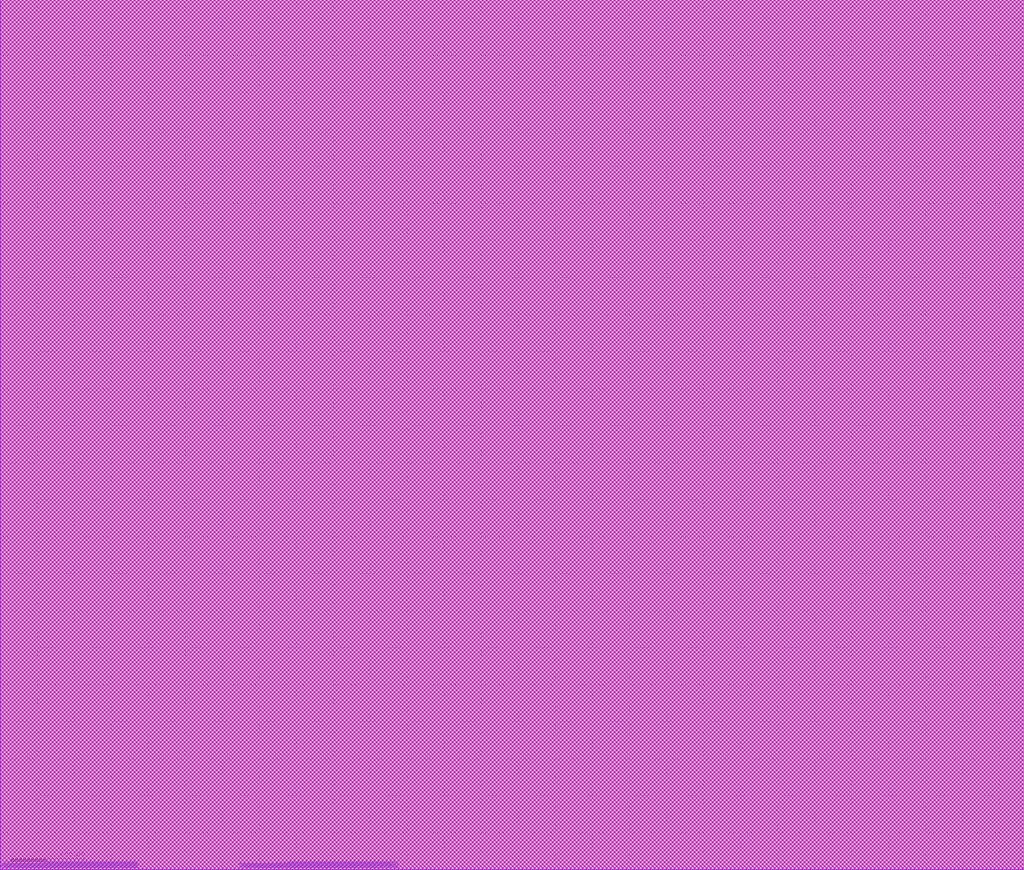
<source format=lef>
##
## LEF for PtnCells ;
## created by Encounter v13.13-s017_1 on Thu Mar 20 12:06:46 2014
##

VERSION 5.6 ;

BUSBITCHARS "[]" ;
DIVIDERCHAR "/" ;

MACRO processor
  CLASS BLOCK ;
  FOREIGN processor 0 0 ;
  ORIGIN 0.0000 0.0000 ;
  SIZE 1383.2000 BY 1175.2000 ;
  SYMMETRY X Y R90 ;
  PIN clk
    DIRECTION INPUT ;
    USE SIGNAL ;
    PORT
      LAYER M2 ;
        RECT 0.1500 0.0000 0.2500 0.4200 ;
    END
  END clk
  PIN reset
    DIRECTION INPUT ;
    USE SIGNAL ;
    PORT
      LAYER M2 ;
        RECT 116.1500 0.0000 116.2500 0.4200 ;
    END
  END reset
  PIN p_spm_master[72]
    DIRECTION OUTPUT ;
    USE SIGNAL ;
    PORT
      LAYER M2 ;
        RECT 394.3500 0.0000 394.4500 0.4200 ;
    END
  END p_spm_master[72]
  PIN p_spm_master[71]
    DIRECTION OUTPUT ;
    USE SIGNAL ;
    PORT
      LAYER M2 ;
        RECT 393.3500 0.0000 393.4500 0.4200 ;
    END
  END p_spm_master[71]
  PIN p_spm_master[70]
    DIRECTION OUTPUT ;
    USE SIGNAL ;
    PORT
      LAYER M2 ;
        RECT 392.3500 0.0000 392.4500 0.4200 ;
    END
  END p_spm_master[70]
  PIN p_spm_master[69]
    DIRECTION OUTPUT ;
    USE SIGNAL ;
    PORT
      LAYER M2 ;
        RECT 391.3500 0.0000 391.4500 0.4200 ;
    END
  END p_spm_master[69]
  PIN p_spm_master[68]
    DIRECTION OUTPUT ;
    USE SIGNAL ;
    PORT
      LAYER M2 ;
        RECT 390.3500 0.0000 390.4500 0.4200 ;
    END
  END p_spm_master[68]
  PIN p_spm_master[67]
    DIRECTION OUTPUT ;
    USE SIGNAL ;
    PORT
      LAYER M2 ;
        RECT 389.3500 0.0000 389.4500 0.4200 ;
    END
  END p_spm_master[67]
  PIN p_spm_master[66]
    DIRECTION OUTPUT ;
    USE SIGNAL ;
    PORT
      LAYER M2 ;
        RECT 388.3500 0.0000 388.4500 0.4200 ;
    END
  END p_spm_master[66]
  PIN p_spm_master[65]
    DIRECTION OUTPUT ;
    USE SIGNAL ;
    PORT
      LAYER M2 ;
        RECT 387.3500 0.0000 387.4500 0.4200 ;
    END
  END p_spm_master[65]
  PIN p_spm_master[64]
    DIRECTION OUTPUT ;
    USE SIGNAL ;
    PORT
      LAYER M2 ;
        RECT 386.3500 0.0000 386.4500 0.4200 ;
    END
  END p_spm_master[64]
  PIN p_spm_master[63]
    DIRECTION OUTPUT ;
    USE SIGNAL ;
    PORT
      LAYER M2 ;
        RECT 385.3500 0.0000 385.4500 0.4200 ;
    END
  END p_spm_master[63]
  PIN p_spm_master[62]
    DIRECTION OUTPUT ;
    USE SIGNAL ;
    PORT
      LAYER M2 ;
        RECT 384.3500 0.0000 384.4500 0.4200 ;
    END
  END p_spm_master[62]
  PIN p_spm_master[61]
    DIRECTION OUTPUT ;
    USE SIGNAL ;
    PORT
      LAYER M2 ;
        RECT 383.3500 0.0000 383.4500 0.4200 ;
    END
  END p_spm_master[61]
  PIN p_spm_master[60]
    DIRECTION OUTPUT ;
    USE SIGNAL ;
    PORT
      LAYER M2 ;
        RECT 382.3500 0.0000 382.4500 0.4200 ;
    END
  END p_spm_master[60]
  PIN p_spm_master[59]
    DIRECTION OUTPUT ;
    USE SIGNAL ;
    PORT
      LAYER M2 ;
        RECT 381.3500 0.0000 381.4500 0.4200 ;
    END
  END p_spm_master[59]
  PIN p_spm_master[58]
    DIRECTION OUTPUT ;
    USE SIGNAL ;
    PORT
      LAYER M2 ;
        RECT 380.3500 0.0000 380.4500 0.4200 ;
    END
  END p_spm_master[58]
  PIN p_spm_master[57]
    DIRECTION OUTPUT ;
    USE SIGNAL ;
    PORT
      LAYER M2 ;
        RECT 379.3500 0.0000 379.4500 0.4200 ;
    END
  END p_spm_master[57]
  PIN p_spm_master[56]
    DIRECTION OUTPUT ;
    USE SIGNAL ;
    PORT
      LAYER M2 ;
        RECT 378.3500 0.0000 378.4500 0.4200 ;
    END
  END p_spm_master[56]
  PIN p_spm_master[55]
    DIRECTION OUTPUT ;
    USE SIGNAL ;
    PORT
      LAYER M2 ;
        RECT 377.3500 0.0000 377.4500 0.4200 ;
    END
  END p_spm_master[55]
  PIN p_spm_master[54]
    DIRECTION OUTPUT ;
    USE SIGNAL ;
    PORT
      LAYER M2 ;
        RECT 376.3500 0.0000 376.4500 0.4200 ;
    END
  END p_spm_master[54]
  PIN p_spm_master[53]
    DIRECTION OUTPUT ;
    USE SIGNAL ;
    PORT
      LAYER M2 ;
        RECT 375.3500 0.0000 375.4500 0.4200 ;
    END
  END p_spm_master[53]
  PIN p_spm_master[52]
    DIRECTION OUTPUT ;
    USE SIGNAL ;
    PORT
      LAYER M2 ;
        RECT 374.3500 0.0000 374.4500 0.4200 ;
    END
  END p_spm_master[52]
  PIN p_spm_master[51]
    DIRECTION OUTPUT ;
    USE SIGNAL ;
    PORT
      LAYER M2 ;
        RECT 373.3500 0.0000 373.4500 0.4200 ;
    END
  END p_spm_master[51]
  PIN p_spm_master[50]
    DIRECTION OUTPUT ;
    USE SIGNAL ;
    PORT
      LAYER M2 ;
        RECT 372.3500 0.0000 372.4500 0.4200 ;
    END
  END p_spm_master[50]
  PIN p_spm_master[49]
    DIRECTION OUTPUT ;
    USE SIGNAL ;
    PORT
      LAYER M2 ;
        RECT 371.3500 0.0000 371.4500 0.4200 ;
    END
  END p_spm_master[49]
  PIN p_spm_master[48]
    DIRECTION OUTPUT ;
    USE SIGNAL ;
    PORT
      LAYER M2 ;
        RECT 370.3500 0.0000 370.4500 0.4200 ;
    END
  END p_spm_master[48]
  PIN p_spm_master[47]
    DIRECTION OUTPUT ;
    USE SIGNAL ;
    PORT
      LAYER M2 ;
        RECT 369.3500 0.0000 369.4500 0.4200 ;
    END
  END p_spm_master[47]
  PIN p_spm_master[46]
    DIRECTION OUTPUT ;
    USE SIGNAL ;
    PORT
      LAYER M2 ;
        RECT 368.3500 0.0000 368.4500 0.4200 ;
    END
  END p_spm_master[46]
  PIN p_spm_master[45]
    DIRECTION OUTPUT ;
    USE SIGNAL ;
    PORT
      LAYER M2 ;
        RECT 367.3500 0.0000 367.4500 0.4200 ;
    END
  END p_spm_master[45]
  PIN p_spm_master[44]
    DIRECTION OUTPUT ;
    USE SIGNAL ;
    PORT
      LAYER M2 ;
        RECT 366.3500 0.0000 366.4500 0.4200 ;
    END
  END p_spm_master[44]
  PIN p_spm_master[43]
    DIRECTION OUTPUT ;
    USE SIGNAL ;
    PORT
      LAYER M2 ;
        RECT 365.3500 0.0000 365.4500 0.4200 ;
    END
  END p_spm_master[43]
  PIN p_spm_master[42]
    DIRECTION OUTPUT ;
    USE SIGNAL ;
    PORT
      LAYER M2 ;
        RECT 364.3500 0.0000 364.4500 0.4200 ;
    END
  END p_spm_master[42]
  PIN p_spm_master[41]
    DIRECTION OUTPUT ;
    USE SIGNAL ;
    PORT
      LAYER M2 ;
        RECT 363.3500 0.0000 363.4500 0.4200 ;
    END
  END p_spm_master[41]
  PIN p_spm_master[40]
    DIRECTION OUTPUT ;
    USE SIGNAL ;
    PORT
      LAYER M2 ;
        RECT 362.3500 0.0000 362.4500 0.4200 ;
    END
  END p_spm_master[40]
  PIN p_spm_master[39]
    DIRECTION OUTPUT ;
    USE SIGNAL ;
    PORT
      LAYER M2 ;
        RECT 361.3500 0.0000 361.4500 0.4200 ;
    END
  END p_spm_master[39]
  PIN p_spm_master[38]
    DIRECTION OUTPUT ;
    USE SIGNAL ;
    PORT
      LAYER M2 ;
        RECT 360.3500 0.0000 360.4500 0.4200 ;
    END
  END p_spm_master[38]
  PIN p_spm_master[37]
    DIRECTION OUTPUT ;
    USE SIGNAL ;
    PORT
      LAYER M2 ;
        RECT 359.3500 0.0000 359.4500 0.4200 ;
    END
  END p_spm_master[37]
  PIN p_spm_master[36]
    DIRECTION OUTPUT ;
    USE SIGNAL ;
    PORT
      LAYER M2 ;
        RECT 358.3500 0.0000 358.4500 0.4200 ;
    END
  END p_spm_master[36]
  PIN p_spm_master[35]
    DIRECTION OUTPUT ;
    USE SIGNAL ;
    PORT
      LAYER M2 ;
        RECT 357.3500 0.0000 357.4500 0.4200 ;
    END
  END p_spm_master[35]
  PIN p_spm_master[34]
    DIRECTION OUTPUT ;
    USE SIGNAL ;
    PORT
      LAYER M2 ;
        RECT 356.3500 0.0000 356.4500 0.4200 ;
    END
  END p_spm_master[34]
  PIN p_spm_master[33]
    DIRECTION OUTPUT ;
    USE SIGNAL ;
    PORT
      LAYER M2 ;
        RECT 355.3500 0.0000 355.4500 0.4200 ;
    END
  END p_spm_master[33]
  PIN p_spm_master[32]
    DIRECTION OUTPUT ;
    USE SIGNAL ;
    PORT
      LAYER M2 ;
        RECT 354.3500 0.0000 354.4500 0.4200 ;
    END
  END p_spm_master[32]
  PIN p_spm_master[31]
    DIRECTION OUTPUT ;
    USE SIGNAL ;
    PORT
      LAYER M2 ;
        RECT 353.3500 0.0000 353.4500 0.4200 ;
    END
  END p_spm_master[31]
  PIN p_spm_master[30]
    DIRECTION OUTPUT ;
    USE SIGNAL ;
    PORT
      LAYER M2 ;
        RECT 352.3500 0.0000 352.4500 0.4200 ;
    END
  END p_spm_master[30]
  PIN p_spm_master[29]
    DIRECTION OUTPUT ;
    USE SIGNAL ;
    PORT
      LAYER M2 ;
        RECT 351.3500 0.0000 351.4500 0.4200 ;
    END
  END p_spm_master[29]
  PIN p_spm_master[28]
    DIRECTION OUTPUT ;
    USE SIGNAL ;
    PORT
      LAYER M2 ;
        RECT 350.3500 0.0000 350.4500 0.4200 ;
    END
  END p_spm_master[28]
  PIN p_spm_master[27]
    DIRECTION OUTPUT ;
    USE SIGNAL ;
    PORT
      LAYER M2 ;
        RECT 349.3500 0.0000 349.4500 0.4200 ;
    END
  END p_spm_master[27]
  PIN p_spm_master[26]
    DIRECTION OUTPUT ;
    USE SIGNAL ;
    PORT
      LAYER M2 ;
        RECT 348.3500 0.0000 348.4500 0.4200 ;
    END
  END p_spm_master[26]
  PIN p_spm_master[25]
    DIRECTION OUTPUT ;
    USE SIGNAL ;
    PORT
      LAYER M2 ;
        RECT 347.3500 0.0000 347.4500 0.4200 ;
    END
  END p_spm_master[25]
  PIN p_spm_master[24]
    DIRECTION OUTPUT ;
    USE SIGNAL ;
    PORT
      LAYER M2 ;
        RECT 346.3500 0.0000 346.4500 0.4200 ;
    END
  END p_spm_master[24]
  PIN p_spm_master[23]
    DIRECTION OUTPUT ;
    USE SIGNAL ;
    PORT
      LAYER M2 ;
        RECT 345.3500 0.0000 345.4500 0.4200 ;
    END
  END p_spm_master[23]
  PIN p_spm_master[22]
    DIRECTION OUTPUT ;
    USE SIGNAL ;
    PORT
      LAYER M2 ;
        RECT 344.3500 0.0000 344.4500 0.4200 ;
    END
  END p_spm_master[22]
  PIN p_spm_master[21]
    DIRECTION OUTPUT ;
    USE SIGNAL ;
    PORT
      LAYER M2 ;
        RECT 343.3500 0.0000 343.4500 0.4200 ;
    END
  END p_spm_master[21]
  PIN p_spm_master[20]
    DIRECTION OUTPUT ;
    USE SIGNAL ;
    PORT
      LAYER M2 ;
        RECT 342.3500 0.0000 342.4500 0.4200 ;
    END
  END p_spm_master[20]
  PIN p_spm_master[19]
    DIRECTION OUTPUT ;
    USE SIGNAL ;
    PORT
      LAYER M2 ;
        RECT 341.3500 0.0000 341.4500 0.4200 ;
    END
  END p_spm_master[19]
  PIN p_spm_master[18]
    DIRECTION OUTPUT ;
    USE SIGNAL ;
    PORT
      LAYER M2 ;
        RECT 340.3500 0.0000 340.4500 0.4200 ;
    END
  END p_spm_master[18]
  PIN p_spm_master[17]
    DIRECTION OUTPUT ;
    USE SIGNAL ;
    PORT
      LAYER M2 ;
        RECT 339.3500 0.0000 339.4500 0.4200 ;
    END
  END p_spm_master[17]
  PIN p_spm_master[16]
    DIRECTION OUTPUT ;
    USE SIGNAL ;
    PORT
      LAYER M2 ;
        RECT 338.3500 0.0000 338.4500 0.4200 ;
    END
  END p_spm_master[16]
  PIN p_spm_master[15]
    DIRECTION OUTPUT ;
    USE SIGNAL ;
    PORT
      LAYER M2 ;
        RECT 337.3500 0.0000 337.4500 0.4200 ;
    END
  END p_spm_master[15]
  PIN p_spm_master[14]
    DIRECTION OUTPUT ;
    USE SIGNAL ;
    PORT
      LAYER M2 ;
        RECT 336.3500 0.0000 336.4500 0.4200 ;
    END
  END p_spm_master[14]
  PIN p_spm_master[13]
    DIRECTION OUTPUT ;
    USE SIGNAL ;
    PORT
      LAYER M2 ;
        RECT 335.3500 0.0000 335.4500 0.4200 ;
    END
  END p_spm_master[13]
  PIN p_spm_master[12]
    DIRECTION OUTPUT ;
    USE SIGNAL ;
    PORT
      LAYER M2 ;
        RECT 334.3500 0.0000 334.4500 0.4200 ;
    END
  END p_spm_master[12]
  PIN p_spm_master[11]
    DIRECTION OUTPUT ;
    USE SIGNAL ;
    PORT
      LAYER M2 ;
        RECT 333.3500 0.0000 333.4500 0.4200 ;
    END
  END p_spm_master[11]
  PIN p_spm_master[10]
    DIRECTION OUTPUT ;
    USE SIGNAL ;
    PORT
      LAYER M2 ;
        RECT 332.3500 0.0000 332.4500 0.4200 ;
    END
  END p_spm_master[10]
  PIN p_spm_master[9]
    DIRECTION OUTPUT ;
    USE SIGNAL ;
    PORT
      LAYER M2 ;
        RECT 331.3500 0.0000 331.4500 0.4200 ;
    END
  END p_spm_master[9]
  PIN p_spm_master[8]
    DIRECTION OUTPUT ;
    USE SIGNAL ;
    PORT
      LAYER M2 ;
        RECT 330.3500 0.0000 330.4500 0.4200 ;
    END
  END p_spm_master[8]
  PIN p_spm_master[7]
    DIRECTION OUTPUT ;
    USE SIGNAL ;
    PORT
      LAYER M2 ;
        RECT 329.3500 0.0000 329.4500 0.4200 ;
    END
  END p_spm_master[7]
  PIN p_spm_master[6]
    DIRECTION OUTPUT ;
    USE SIGNAL ;
    PORT
      LAYER M2 ;
        RECT 328.3500 0.0000 328.4500 0.4200 ;
    END
  END p_spm_master[6]
  PIN p_spm_master[5]
    DIRECTION OUTPUT ;
    USE SIGNAL ;
    PORT
      LAYER M2 ;
        RECT 327.3500 0.0000 327.4500 0.4200 ;
    END
  END p_spm_master[5]
  PIN p_spm_master[4]
    DIRECTION OUTPUT ;
    USE SIGNAL ;
    PORT
      LAYER M2 ;
        RECT 326.3500 0.0000 326.4500 0.4200 ;
    END
  END p_spm_master[4]
  PIN p_spm_master[3]
    DIRECTION OUTPUT ;
    USE SIGNAL ;
    PORT
      LAYER M2 ;
        RECT 325.3500 0.0000 325.4500 0.4200 ;
    END
  END p_spm_master[3]
  PIN p_spm_master[2]
    DIRECTION OUTPUT ;
    USE SIGNAL ;
    PORT
      LAYER M2 ;
        RECT 324.3500 0.0000 324.4500 0.4200 ;
    END
  END p_spm_master[2]
  PIN p_spm_master[1]
    DIRECTION OUTPUT ;
    USE SIGNAL ;
    PORT
      LAYER M2 ;
        RECT 323.3500 0.0000 323.4500 0.4200 ;
    END
  END p_spm_master[1]
  PIN p_spm_master[0]
    DIRECTION OUTPUT ;
    USE SIGNAL ;
    PORT
      LAYER M2 ;
        RECT 322.3500 0.0000 322.4500 0.4200 ;
    END
  END p_spm_master[0]
  PIN p_spm_slave[63]
    DIRECTION OUTPUT ;
    USE SIGNAL ;
    PORT
      LAYER M2 ;
        RECT 458.3500 0.0000 458.4500 0.4200 ;
    END
  END p_spm_slave[63]
  PIN p_spm_slave[62]
    DIRECTION OUTPUT ;
    USE SIGNAL ;
    PORT
      LAYER M2 ;
        RECT 457.3500 0.0000 457.4500 0.4200 ;
    END
  END p_spm_slave[62]
  PIN p_spm_slave[61]
    DIRECTION OUTPUT ;
    USE SIGNAL ;
    PORT
      LAYER M2 ;
        RECT 456.3500 0.0000 456.4500 0.4200 ;
    END
  END p_spm_slave[61]
  PIN p_spm_slave[60]
    DIRECTION OUTPUT ;
    USE SIGNAL ;
    PORT
      LAYER M2 ;
        RECT 455.3500 0.0000 455.4500 0.4200 ;
    END
  END p_spm_slave[60]
  PIN p_spm_slave[59]
    DIRECTION OUTPUT ;
    USE SIGNAL ;
    PORT
      LAYER M2 ;
        RECT 454.3500 0.0000 454.4500 0.4200 ;
    END
  END p_spm_slave[59]
  PIN p_spm_slave[58]
    DIRECTION OUTPUT ;
    USE SIGNAL ;
    PORT
      LAYER M2 ;
        RECT 453.3500 0.0000 453.4500 0.4200 ;
    END
  END p_spm_slave[58]
  PIN p_spm_slave[57]
    DIRECTION OUTPUT ;
    USE SIGNAL ;
    PORT
      LAYER M2 ;
        RECT 452.3500 0.0000 452.4500 0.4200 ;
    END
  END p_spm_slave[57]
  PIN p_spm_slave[56]
    DIRECTION OUTPUT ;
    USE SIGNAL ;
    PORT
      LAYER M2 ;
        RECT 451.3500 0.0000 451.4500 0.4200 ;
    END
  END p_spm_slave[56]
  PIN p_spm_slave[55]
    DIRECTION OUTPUT ;
    USE SIGNAL ;
    PORT
      LAYER M2 ;
        RECT 450.3500 0.0000 450.4500 0.4200 ;
    END
  END p_spm_slave[55]
  PIN p_spm_slave[54]
    DIRECTION OUTPUT ;
    USE SIGNAL ;
    PORT
      LAYER M2 ;
        RECT 449.3500 0.0000 449.4500 0.4200 ;
    END
  END p_spm_slave[54]
  PIN p_spm_slave[53]
    DIRECTION OUTPUT ;
    USE SIGNAL ;
    PORT
      LAYER M2 ;
        RECT 448.3500 0.0000 448.4500 0.4200 ;
    END
  END p_spm_slave[53]
  PIN p_spm_slave[52]
    DIRECTION OUTPUT ;
    USE SIGNAL ;
    PORT
      LAYER M2 ;
        RECT 447.3500 0.0000 447.4500 0.4200 ;
    END
  END p_spm_slave[52]
  PIN p_spm_slave[51]
    DIRECTION OUTPUT ;
    USE SIGNAL ;
    PORT
      LAYER M2 ;
        RECT 446.3500 0.0000 446.4500 0.4200 ;
    END
  END p_spm_slave[51]
  PIN p_spm_slave[50]
    DIRECTION OUTPUT ;
    USE SIGNAL ;
    PORT
      LAYER M2 ;
        RECT 445.3500 0.0000 445.4500 0.4200 ;
    END
  END p_spm_slave[50]
  PIN p_spm_slave[49]
    DIRECTION OUTPUT ;
    USE SIGNAL ;
    PORT
      LAYER M2 ;
        RECT 444.3500 0.0000 444.4500 0.4200 ;
    END
  END p_spm_slave[49]
  PIN p_spm_slave[48]
    DIRECTION OUTPUT ;
    USE SIGNAL ;
    PORT
      LAYER M2 ;
        RECT 443.3500 0.0000 443.4500 0.4200 ;
    END
  END p_spm_slave[48]
  PIN p_spm_slave[47]
    DIRECTION OUTPUT ;
    USE SIGNAL ;
    PORT
      LAYER M2 ;
        RECT 442.3500 0.0000 442.4500 0.4200 ;
    END
  END p_spm_slave[47]
  PIN p_spm_slave[46]
    DIRECTION OUTPUT ;
    USE SIGNAL ;
    PORT
      LAYER M2 ;
        RECT 441.3500 0.0000 441.4500 0.4200 ;
    END
  END p_spm_slave[46]
  PIN p_spm_slave[45]
    DIRECTION OUTPUT ;
    USE SIGNAL ;
    PORT
      LAYER M2 ;
        RECT 440.3500 0.0000 440.4500 0.4200 ;
    END
  END p_spm_slave[45]
  PIN p_spm_slave[44]
    DIRECTION OUTPUT ;
    USE SIGNAL ;
    PORT
      LAYER M2 ;
        RECT 439.3500 0.0000 439.4500 0.4200 ;
    END
  END p_spm_slave[44]
  PIN p_spm_slave[43]
    DIRECTION OUTPUT ;
    USE SIGNAL ;
    PORT
      LAYER M2 ;
        RECT 438.3500 0.0000 438.4500 0.4200 ;
    END
  END p_spm_slave[43]
  PIN p_spm_slave[42]
    DIRECTION OUTPUT ;
    USE SIGNAL ;
    PORT
      LAYER M2 ;
        RECT 437.3500 0.0000 437.4500 0.4200 ;
    END
  END p_spm_slave[42]
  PIN p_spm_slave[41]
    DIRECTION OUTPUT ;
    USE SIGNAL ;
    PORT
      LAYER M2 ;
        RECT 436.3500 0.0000 436.4500 0.4200 ;
    END
  END p_spm_slave[41]
  PIN p_spm_slave[40]
    DIRECTION OUTPUT ;
    USE SIGNAL ;
    PORT
      LAYER M2 ;
        RECT 435.3500 0.0000 435.4500 0.4200 ;
    END
  END p_spm_slave[40]
  PIN p_spm_slave[39]
    DIRECTION OUTPUT ;
    USE SIGNAL ;
    PORT
      LAYER M2 ;
        RECT 434.3500 0.0000 434.4500 0.4200 ;
    END
  END p_spm_slave[39]
  PIN p_spm_slave[38]
    DIRECTION OUTPUT ;
    USE SIGNAL ;
    PORT
      LAYER M2 ;
        RECT 433.3500 0.0000 433.4500 0.4200 ;
    END
  END p_spm_slave[38]
  PIN p_spm_slave[37]
    DIRECTION OUTPUT ;
    USE SIGNAL ;
    PORT
      LAYER M2 ;
        RECT 432.3500 0.0000 432.4500 0.4200 ;
    END
  END p_spm_slave[37]
  PIN p_spm_slave[36]
    DIRECTION OUTPUT ;
    USE SIGNAL ;
    PORT
      LAYER M2 ;
        RECT 431.3500 0.0000 431.4500 0.4200 ;
    END
  END p_spm_slave[36]
  PIN p_spm_slave[35]
    DIRECTION OUTPUT ;
    USE SIGNAL ;
    PORT
      LAYER M2 ;
        RECT 430.3500 0.0000 430.4500 0.4200 ;
    END
  END p_spm_slave[35]
  PIN p_spm_slave[34]
    DIRECTION OUTPUT ;
    USE SIGNAL ;
    PORT
      LAYER M2 ;
        RECT 429.3500 0.0000 429.4500 0.4200 ;
    END
  END p_spm_slave[34]
  PIN p_spm_slave[33]
    DIRECTION OUTPUT ;
    USE SIGNAL ;
    PORT
      LAYER M2 ;
        RECT 428.3500 0.0000 428.4500 0.4200 ;
    END
  END p_spm_slave[33]
  PIN p_spm_slave[32]
    DIRECTION OUTPUT ;
    USE SIGNAL ;
    PORT
      LAYER M2 ;
        RECT 427.3500 0.0000 427.4500 0.4200 ;
    END
  END p_spm_slave[32]
  PIN p_spm_slave[31]
    DIRECTION OUTPUT ;
    USE SIGNAL ;
    PORT
      LAYER M2 ;
        RECT 426.3500 0.0000 426.4500 0.4200 ;
    END
  END p_spm_slave[31]
  PIN p_spm_slave[30]
    DIRECTION OUTPUT ;
    USE SIGNAL ;
    PORT
      LAYER M2 ;
        RECT 425.3500 0.0000 425.4500 0.4200 ;
    END
  END p_spm_slave[30]
  PIN p_spm_slave[29]
    DIRECTION OUTPUT ;
    USE SIGNAL ;
    PORT
      LAYER M2 ;
        RECT 424.3500 0.0000 424.4500 0.4200 ;
    END
  END p_spm_slave[29]
  PIN p_spm_slave[28]
    DIRECTION OUTPUT ;
    USE SIGNAL ;
    PORT
      LAYER M2 ;
        RECT 423.3500 0.0000 423.4500 0.4200 ;
    END
  END p_spm_slave[28]
  PIN p_spm_slave[27]
    DIRECTION OUTPUT ;
    USE SIGNAL ;
    PORT
      LAYER M2 ;
        RECT 422.3500 0.0000 422.4500 0.4200 ;
    END
  END p_spm_slave[27]
  PIN p_spm_slave[26]
    DIRECTION OUTPUT ;
    USE SIGNAL ;
    PORT
      LAYER M2 ;
        RECT 421.3500 0.0000 421.4500 0.4200 ;
    END
  END p_spm_slave[26]
  PIN p_spm_slave[25]
    DIRECTION OUTPUT ;
    USE SIGNAL ;
    PORT
      LAYER M2 ;
        RECT 420.3500 0.0000 420.4500 0.4200 ;
    END
  END p_spm_slave[25]
  PIN p_spm_slave[24]
    DIRECTION OUTPUT ;
    USE SIGNAL ;
    PORT
      LAYER M2 ;
        RECT 419.3500 0.0000 419.4500 0.4200 ;
    END
  END p_spm_slave[24]
  PIN p_spm_slave[23]
    DIRECTION OUTPUT ;
    USE SIGNAL ;
    PORT
      LAYER M2 ;
        RECT 418.3500 0.0000 418.4500 0.4200 ;
    END
  END p_spm_slave[23]
  PIN p_spm_slave[22]
    DIRECTION OUTPUT ;
    USE SIGNAL ;
    PORT
      LAYER M2 ;
        RECT 417.3500 0.0000 417.4500 0.4200 ;
    END
  END p_spm_slave[22]
  PIN p_spm_slave[21]
    DIRECTION OUTPUT ;
    USE SIGNAL ;
    PORT
      LAYER M2 ;
        RECT 416.3500 0.0000 416.4500 0.4200 ;
    END
  END p_spm_slave[21]
  PIN p_spm_slave[20]
    DIRECTION OUTPUT ;
    USE SIGNAL ;
    PORT
      LAYER M2 ;
        RECT 415.3500 0.0000 415.4500 0.4200 ;
    END
  END p_spm_slave[20]
  PIN p_spm_slave[19]
    DIRECTION OUTPUT ;
    USE SIGNAL ;
    PORT
      LAYER M2 ;
        RECT 414.3500 0.0000 414.4500 0.4200 ;
    END
  END p_spm_slave[19]
  PIN p_spm_slave[18]
    DIRECTION OUTPUT ;
    USE SIGNAL ;
    PORT
      LAYER M2 ;
        RECT 413.3500 0.0000 413.4500 0.4200 ;
    END
  END p_spm_slave[18]
  PIN p_spm_slave[17]
    DIRECTION OUTPUT ;
    USE SIGNAL ;
    PORT
      LAYER M2 ;
        RECT 412.3500 0.0000 412.4500 0.4200 ;
    END
  END p_spm_slave[17]
  PIN p_spm_slave[16]
    DIRECTION OUTPUT ;
    USE SIGNAL ;
    PORT
      LAYER M2 ;
        RECT 411.3500 0.0000 411.4500 0.4200 ;
    END
  END p_spm_slave[16]
  PIN p_spm_slave[15]
    DIRECTION OUTPUT ;
    USE SIGNAL ;
    PORT
      LAYER M2 ;
        RECT 410.3500 0.0000 410.4500 0.4200 ;
    END
  END p_spm_slave[15]
  PIN p_spm_slave[14]
    DIRECTION OUTPUT ;
    USE SIGNAL ;
    PORT
      LAYER M2 ;
        RECT 409.3500 0.0000 409.4500 0.4200 ;
    END
  END p_spm_slave[14]
  PIN p_spm_slave[13]
    DIRECTION OUTPUT ;
    USE SIGNAL ;
    PORT
      LAYER M2 ;
        RECT 408.3500 0.0000 408.4500 0.4200 ;
    END
  END p_spm_slave[13]
  PIN p_spm_slave[12]
    DIRECTION OUTPUT ;
    USE SIGNAL ;
    PORT
      LAYER M2 ;
        RECT 407.3500 0.0000 407.4500 0.4200 ;
    END
  END p_spm_slave[12]
  PIN p_spm_slave[11]
    DIRECTION OUTPUT ;
    USE SIGNAL ;
    PORT
      LAYER M2 ;
        RECT 406.3500 0.0000 406.4500 0.4200 ;
    END
  END p_spm_slave[11]
  PIN p_spm_slave[10]
    DIRECTION OUTPUT ;
    USE SIGNAL ;
    PORT
      LAYER M2 ;
        RECT 405.3500 0.0000 405.4500 0.4200 ;
    END
  END p_spm_slave[10]
  PIN p_spm_slave[9]
    DIRECTION OUTPUT ;
    USE SIGNAL ;
    PORT
      LAYER M2 ;
        RECT 404.3500 0.0000 404.4500 0.4200 ;
    END
  END p_spm_slave[9]
  PIN p_spm_slave[8]
    DIRECTION OUTPUT ;
    USE SIGNAL ;
    PORT
      LAYER M2 ;
        RECT 403.3500 0.0000 403.4500 0.4200 ;
    END
  END p_spm_slave[8]
  PIN p_spm_slave[7]
    DIRECTION OUTPUT ;
    USE SIGNAL ;
    PORT
      LAYER M2 ;
        RECT 402.3500 0.0000 402.4500 0.4200 ;
    END
  END p_spm_slave[7]
  PIN p_spm_slave[6]
    DIRECTION OUTPUT ;
    USE SIGNAL ;
    PORT
      LAYER M2 ;
        RECT 401.3500 0.0000 401.4500 0.4200 ;
    END
  END p_spm_slave[6]
  PIN p_spm_slave[5]
    DIRECTION OUTPUT ;
    USE SIGNAL ;
    PORT
      LAYER M2 ;
        RECT 400.3500 0.0000 400.4500 0.4200 ;
    END
  END p_spm_slave[5]
  PIN p_spm_slave[4]
    DIRECTION OUTPUT ;
    USE SIGNAL ;
    PORT
      LAYER M2 ;
        RECT 399.3500 0.0000 399.4500 0.4200 ;
    END
  END p_spm_slave[4]
  PIN p_spm_slave[3]
    DIRECTION OUTPUT ;
    USE SIGNAL ;
    PORT
      LAYER M2 ;
        RECT 398.3500 0.0000 398.4500 0.4200 ;
    END
  END p_spm_slave[3]
  PIN p_spm_slave[2]
    DIRECTION OUTPUT ;
    USE SIGNAL ;
    PORT
      LAYER M2 ;
        RECT 397.3500 0.0000 397.4500 0.4200 ;
    END
  END p_spm_slave[2]
  PIN p_spm_slave[1]
    DIRECTION OUTPUT ;
    USE SIGNAL ;
    PORT
      LAYER M2 ;
        RECT 396.3500 0.0000 396.4500 0.4200 ;
    END
  END p_spm_slave[1]
  PIN p_spm_slave[0]
    DIRECTION OUTPUT ;
    USE SIGNAL ;
    PORT
      LAYER M2 ;
        RECT 395.3500 0.0000 395.4500 0.4200 ;
    END
  END p_spm_slave[0]
  PIN p_ocp_master[71]
    DIRECTION OUTPUT ;
    USE SIGNAL ;
    PORT
      LAYER M2 ;
        RECT 72.1500 0.0000 72.2500 0.4200 ;
    END
  END p_ocp_master[71]
  PIN p_ocp_master[70]
    DIRECTION OUTPUT ;
    USE SIGNAL ;
    PORT
      LAYER M2 ;
        RECT 71.1500 0.0000 71.2500 0.4200 ;
    END
  END p_ocp_master[70]
  PIN p_ocp_master[69]
    DIRECTION OUTPUT ;
    USE SIGNAL ;
    PORT
      LAYER M2 ;
        RECT 70.1500 0.0000 70.2500 0.4200 ;
    END
  END p_ocp_master[69]
  PIN p_ocp_master[68]
    DIRECTION OUTPUT ;
    USE SIGNAL ;
    PORT
      LAYER M2 ;
        RECT 69.1500 0.0000 69.2500 0.4200 ;
    END
  END p_ocp_master[68]
  PIN p_ocp_master[67]
    DIRECTION OUTPUT ;
    USE SIGNAL ;
    PORT
      LAYER M2 ;
        RECT 68.1500 0.0000 68.2500 0.4200 ;
    END
  END p_ocp_master[67]
  PIN p_ocp_master[66]
    DIRECTION OUTPUT ;
    USE SIGNAL ;
    PORT
      LAYER M2 ;
        RECT 67.1500 0.0000 67.2500 0.4200 ;
    END
  END p_ocp_master[66]
  PIN p_ocp_master[65]
    DIRECTION OUTPUT ;
    USE SIGNAL ;
    PORT
      LAYER M2 ;
        RECT 66.1500 0.0000 66.2500 0.4200 ;
    END
  END p_ocp_master[65]
  PIN p_ocp_master[64]
    DIRECTION OUTPUT ;
    USE SIGNAL ;
    PORT
      LAYER M2 ;
        RECT 65.1500 0.0000 65.2500 0.4200 ;
    END
  END p_ocp_master[64]
  PIN p_ocp_master[63]
    DIRECTION OUTPUT ;
    USE SIGNAL ;
    PORT
      LAYER M2 ;
        RECT 64.1500 0.0000 64.2500 0.4200 ;
    END
  END p_ocp_master[63]
  PIN p_ocp_master[62]
    DIRECTION OUTPUT ;
    USE SIGNAL ;
    PORT
      LAYER M2 ;
        RECT 63.1500 0.0000 63.2500 0.4200 ;
    END
  END p_ocp_master[62]
  PIN p_ocp_master[61]
    DIRECTION OUTPUT ;
    USE SIGNAL ;
    PORT
      LAYER M2 ;
        RECT 62.1500 0.0000 62.2500 0.4200 ;
    END
  END p_ocp_master[61]
  PIN p_ocp_master[60]
    DIRECTION OUTPUT ;
    USE SIGNAL ;
    PORT
      LAYER M2 ;
        RECT 61.1500 0.0000 61.2500 0.4200 ;
    END
  END p_ocp_master[60]
  PIN p_ocp_master[59]
    DIRECTION OUTPUT ;
    USE SIGNAL ;
    PORT
      LAYER M2 ;
        RECT 60.1500 0.0000 60.2500 0.4200 ;
    END
  END p_ocp_master[59]
  PIN p_ocp_master[58]
    DIRECTION OUTPUT ;
    USE SIGNAL ;
    PORT
      LAYER M2 ;
        RECT 59.1500 0.0000 59.2500 0.4200 ;
    END
  END p_ocp_master[58]
  PIN p_ocp_master[57]
    DIRECTION OUTPUT ;
    USE SIGNAL ;
    PORT
      LAYER M2 ;
        RECT 58.1500 0.0000 58.2500 0.4200 ;
    END
  END p_ocp_master[57]
  PIN p_ocp_master[56]
    DIRECTION OUTPUT ;
    USE SIGNAL ;
    PORT
      LAYER M2 ;
        RECT 57.1500 0.0000 57.2500 0.4200 ;
    END
  END p_ocp_master[56]
  PIN p_ocp_master[55]
    DIRECTION OUTPUT ;
    USE SIGNAL ;
    PORT
      LAYER M2 ;
        RECT 56.1500 0.0000 56.2500 0.4200 ;
    END
  END p_ocp_master[55]
  PIN p_ocp_master[54]
    DIRECTION OUTPUT ;
    USE SIGNAL ;
    PORT
      LAYER M2 ;
        RECT 55.1500 0.0000 55.2500 0.4200 ;
    END
  END p_ocp_master[54]
  PIN p_ocp_master[53]
    DIRECTION OUTPUT ;
    USE SIGNAL ;
    PORT
      LAYER M2 ;
        RECT 54.1500 0.0000 54.2500 0.4200 ;
    END
  END p_ocp_master[53]
  PIN p_ocp_master[52]
    DIRECTION OUTPUT ;
    USE SIGNAL ;
    PORT
      LAYER M2 ;
        RECT 53.1500 0.0000 53.2500 0.4200 ;
    END
  END p_ocp_master[52]
  PIN p_ocp_master[51]
    DIRECTION OUTPUT ;
    USE SIGNAL ;
    PORT
      LAYER M2 ;
        RECT 52.1500 0.0000 52.2500 0.4200 ;
    END
  END p_ocp_master[51]
  PIN p_ocp_master[50]
    DIRECTION OUTPUT ;
    USE SIGNAL ;
    PORT
      LAYER M2 ;
        RECT 51.1500 0.0000 51.2500 0.4200 ;
    END
  END p_ocp_master[50]
  PIN p_ocp_master[49]
    DIRECTION OUTPUT ;
    USE SIGNAL ;
    PORT
      LAYER M2 ;
        RECT 50.1500 0.0000 50.2500 0.4200 ;
    END
  END p_ocp_master[49]
  PIN p_ocp_master[48]
    DIRECTION OUTPUT ;
    USE SIGNAL ;
    PORT
      LAYER M2 ;
        RECT 49.1500 0.0000 49.2500 0.4200 ;
    END
  END p_ocp_master[48]
  PIN p_ocp_master[47]
    DIRECTION OUTPUT ;
    USE SIGNAL ;
    PORT
      LAYER M2 ;
        RECT 48.1500 0.0000 48.2500 0.4200 ;
    END
  END p_ocp_master[47]
  PIN p_ocp_master[46]
    DIRECTION OUTPUT ;
    USE SIGNAL ;
    PORT
      LAYER M2 ;
        RECT 47.1500 0.0000 47.2500 0.4200 ;
    END
  END p_ocp_master[46]
  PIN p_ocp_master[45]
    DIRECTION OUTPUT ;
    USE SIGNAL ;
    PORT
      LAYER M2 ;
        RECT 46.1500 0.0000 46.2500 0.4200 ;
    END
  END p_ocp_master[45]
  PIN p_ocp_master[44]
    DIRECTION OUTPUT ;
    USE SIGNAL ;
    PORT
      LAYER M2 ;
        RECT 45.1500 0.0000 45.2500 0.4200 ;
    END
  END p_ocp_master[44]
  PIN p_ocp_master[43]
    DIRECTION OUTPUT ;
    USE SIGNAL ;
    PORT
      LAYER M2 ;
        RECT 44.1500 0.0000 44.2500 0.4200 ;
    END
  END p_ocp_master[43]
  PIN p_ocp_master[42]
    DIRECTION OUTPUT ;
    USE SIGNAL ;
    PORT
      LAYER M2 ;
        RECT 43.1500 0.0000 43.2500 0.4200 ;
    END
  END p_ocp_master[42]
  PIN p_ocp_master[41]
    DIRECTION OUTPUT ;
    USE SIGNAL ;
    PORT
      LAYER M2 ;
        RECT 42.1500 0.0000 42.2500 0.4200 ;
    END
  END p_ocp_master[41]
  PIN p_ocp_master[40]
    DIRECTION OUTPUT ;
    USE SIGNAL ;
    PORT
      LAYER M2 ;
        RECT 41.1500 0.0000 41.2500 0.4200 ;
    END
  END p_ocp_master[40]
  PIN p_ocp_master[39]
    DIRECTION OUTPUT ;
    USE SIGNAL ;
    PORT
      LAYER M2 ;
        RECT 40.1500 0.0000 40.2500 0.4200 ;
    END
  END p_ocp_master[39]
  PIN p_ocp_master[38]
    DIRECTION OUTPUT ;
    USE SIGNAL ;
    PORT
      LAYER M2 ;
        RECT 39.1500 0.0000 39.2500 0.4200 ;
    END
  END p_ocp_master[38]
  PIN p_ocp_master[37]
    DIRECTION OUTPUT ;
    USE SIGNAL ;
    PORT
      LAYER M2 ;
        RECT 38.1500 0.0000 38.2500 0.4200 ;
    END
  END p_ocp_master[37]
  PIN p_ocp_master[36]
    DIRECTION OUTPUT ;
    USE SIGNAL ;
    PORT
      LAYER M2 ;
        RECT 37.1500 0.0000 37.2500 0.4200 ;
    END
  END p_ocp_master[36]
  PIN p_ocp_master[35]
    DIRECTION OUTPUT ;
    USE SIGNAL ;
    PORT
      LAYER M2 ;
        RECT 36.1500 0.0000 36.2500 0.4200 ;
    END
  END p_ocp_master[35]
  PIN p_ocp_master[34]
    DIRECTION OUTPUT ;
    USE SIGNAL ;
    PORT
      LAYER M2 ;
        RECT 35.1500 0.0000 35.2500 0.4200 ;
    END
  END p_ocp_master[34]
  PIN p_ocp_master[33]
    DIRECTION OUTPUT ;
    USE SIGNAL ;
    PORT
      LAYER M2 ;
        RECT 34.1500 0.0000 34.2500 0.4200 ;
    END
  END p_ocp_master[33]
  PIN p_ocp_master[32]
    DIRECTION OUTPUT ;
    USE SIGNAL ;
    PORT
      LAYER M2 ;
        RECT 33.1500 0.0000 33.2500 0.4200 ;
    END
  END p_ocp_master[32]
  PIN p_ocp_master[31]
    DIRECTION OUTPUT ;
    USE SIGNAL ;
    PORT
      LAYER M2 ;
        RECT 32.1500 0.0000 32.2500 0.4200 ;
    END
  END p_ocp_master[31]
  PIN p_ocp_master[30]
    DIRECTION OUTPUT ;
    USE SIGNAL ;
    PORT
      LAYER M2 ;
        RECT 31.1500 0.0000 31.2500 0.4200 ;
    END
  END p_ocp_master[30]
  PIN p_ocp_master[29]
    DIRECTION OUTPUT ;
    USE SIGNAL ;
    PORT
      LAYER M2 ;
        RECT 30.1500 0.0000 30.2500 0.4200 ;
    END
  END p_ocp_master[29]
  PIN p_ocp_master[28]
    DIRECTION OUTPUT ;
    USE SIGNAL ;
    PORT
      LAYER M2 ;
        RECT 29.1500 0.0000 29.2500 0.4200 ;
    END
  END p_ocp_master[28]
  PIN p_ocp_master[27]
    DIRECTION OUTPUT ;
    USE SIGNAL ;
    PORT
      LAYER M2 ;
        RECT 28.1500 0.0000 28.2500 0.4200 ;
    END
  END p_ocp_master[27]
  PIN p_ocp_master[26]
    DIRECTION OUTPUT ;
    USE SIGNAL ;
    PORT
      LAYER M2 ;
        RECT 27.1500 0.0000 27.2500 0.4200 ;
    END
  END p_ocp_master[26]
  PIN p_ocp_master[25]
    DIRECTION OUTPUT ;
    USE SIGNAL ;
    PORT
      LAYER M2 ;
        RECT 26.1500 0.0000 26.2500 0.4200 ;
    END
  END p_ocp_master[25]
  PIN p_ocp_master[24]
    DIRECTION OUTPUT ;
    USE SIGNAL ;
    PORT
      LAYER M2 ;
        RECT 25.1500 0.0000 25.2500 0.4200 ;
    END
  END p_ocp_master[24]
  PIN p_ocp_master[23]
    DIRECTION OUTPUT ;
    USE SIGNAL ;
    PORT
      LAYER M2 ;
        RECT 24.1500 0.0000 24.2500 0.4200 ;
    END
  END p_ocp_master[23]
  PIN p_ocp_master[22]
    DIRECTION OUTPUT ;
    USE SIGNAL ;
    PORT
      LAYER M2 ;
        RECT 23.1500 0.0000 23.2500 0.4200 ;
    END
  END p_ocp_master[22]
  PIN p_ocp_master[21]
    DIRECTION OUTPUT ;
    USE SIGNAL ;
    PORT
      LAYER M2 ;
        RECT 22.1500 0.0000 22.2500 0.4200 ;
    END
  END p_ocp_master[21]
  PIN p_ocp_master[20]
    DIRECTION OUTPUT ;
    USE SIGNAL ;
    PORT
      LAYER M2 ;
        RECT 21.1500 0.0000 21.2500 0.4200 ;
    END
  END p_ocp_master[20]
  PIN p_ocp_master[19]
    DIRECTION OUTPUT ;
    USE SIGNAL ;
    PORT
      LAYER M2 ;
        RECT 20.1500 0.0000 20.2500 0.4200 ;
    END
  END p_ocp_master[19]
  PIN p_ocp_master[18]
    DIRECTION OUTPUT ;
    USE SIGNAL ;
    PORT
      LAYER M2 ;
        RECT 19.1500 0.0000 19.2500 0.4200 ;
    END
  END p_ocp_master[18]
  PIN p_ocp_master[17]
    DIRECTION OUTPUT ;
    USE SIGNAL ;
    PORT
      LAYER M2 ;
        RECT 18.1500 0.0000 18.2500 0.4200 ;
    END
  END p_ocp_master[17]
  PIN p_ocp_master[16]
    DIRECTION OUTPUT ;
    USE SIGNAL ;
    PORT
      LAYER M2 ;
        RECT 17.1500 0.0000 17.2500 0.4200 ;
    END
  END p_ocp_master[16]
  PIN p_ocp_master[15]
    DIRECTION OUTPUT ;
    USE SIGNAL ;
    PORT
      LAYER M2 ;
        RECT 16.1500 0.0000 16.2500 0.4200 ;
    END
  END p_ocp_master[15]
  PIN p_ocp_master[14]
    DIRECTION OUTPUT ;
    USE SIGNAL ;
    PORT
      LAYER M2 ;
        RECT 15.1500 0.0000 15.2500 0.4200 ;
    END
  END p_ocp_master[14]
  PIN p_ocp_master[13]
    DIRECTION OUTPUT ;
    USE SIGNAL ;
    PORT
      LAYER M2 ;
        RECT 14.1500 0.0000 14.2500 0.4200 ;
    END
  END p_ocp_master[13]
  PIN p_ocp_master[12]
    DIRECTION OUTPUT ;
    USE SIGNAL ;
    PORT
      LAYER M2 ;
        RECT 13.1500 0.0000 13.2500 0.4200 ;
    END
  END p_ocp_master[12]
  PIN p_ocp_master[11]
    DIRECTION OUTPUT ;
    USE SIGNAL ;
    PORT
      LAYER M2 ;
        RECT 12.1500 0.0000 12.2500 0.4200 ;
    END
  END p_ocp_master[11]
  PIN p_ocp_master[10]
    DIRECTION OUTPUT ;
    USE SIGNAL ;
    PORT
      LAYER M2 ;
        RECT 11.1500 0.0000 11.2500 0.4200 ;
    END
  END p_ocp_master[10]
  PIN p_ocp_master[9]
    DIRECTION OUTPUT ;
    USE SIGNAL ;
    PORT
      LAYER M2 ;
        RECT 10.1500 0.0000 10.2500 0.4200 ;
    END
  END p_ocp_master[9]
  PIN p_ocp_master[8]
    DIRECTION OUTPUT ;
    USE SIGNAL ;
    PORT
      LAYER M2 ;
        RECT 9.1500 0.0000 9.2500 0.4200 ;
    END
  END p_ocp_master[8]
  PIN p_ocp_master[7]
    DIRECTION OUTPUT ;
    USE SIGNAL ;
    PORT
      LAYER M2 ;
        RECT 8.1500 0.0000 8.2500 0.4200 ;
    END
  END p_ocp_master[7]
  PIN p_ocp_master[6]
    DIRECTION OUTPUT ;
    USE SIGNAL ;
    PORT
      LAYER M2 ;
        RECT 7.1500 0.0000 7.2500 0.4200 ;
    END
  END p_ocp_master[6]
  PIN p_ocp_master[5]
    DIRECTION OUTPUT ;
    USE SIGNAL ;
    PORT
      LAYER M2 ;
        RECT 6.1500 0.0000 6.2500 0.4200 ;
    END
  END p_ocp_master[5]
  PIN p_ocp_master[4]
    DIRECTION OUTPUT ;
    USE SIGNAL ;
    PORT
      LAYER M2 ;
        RECT 5.1500 0.0000 5.2500 0.4200 ;
    END
  END p_ocp_master[4]
  PIN p_ocp_master[3]
    DIRECTION OUTPUT ;
    USE SIGNAL ;
    PORT
      LAYER M2 ;
        RECT 4.1500 0.0000 4.2500 0.4200 ;
    END
  END p_ocp_master[3]
  PIN p_ocp_master[2]
    DIRECTION OUTPUT ;
    USE SIGNAL ;
    PORT
      LAYER M2 ;
        RECT 3.1500 0.0000 3.2500 0.4200 ;
    END
  END p_ocp_master[2]
  PIN p_ocp_master[1]
    DIRECTION OUTPUT ;
    USE SIGNAL ;
    PORT
      LAYER M2 ;
        RECT 2.1500 0.0000 2.2500 0.4200 ;
    END
  END p_ocp_master[1]
  PIN p_ocp_master[0]
    DIRECTION OUTPUT ;
    USE SIGNAL ;
    PORT
      LAYER M2 ;
        RECT 1.1500 0.0000 1.2500 0.4200 ;
    END
  END p_ocp_master[0]
  PIN p_ocp_slave[34]
    DIRECTION INPUT ;
    USE SIGNAL ;
    PORT
      LAYER M2 ;
        RECT 107.1500 0.0000 107.2500 0.4200 ;
    END
  END p_ocp_slave[34]
  PIN p_ocp_slave[33]
    DIRECTION INPUT ;
    USE SIGNAL ;
    PORT
      LAYER M2 ;
        RECT 106.1500 0.0000 106.2500 0.4200 ;
    END
  END p_ocp_slave[33]
  PIN p_ocp_slave[32]
    DIRECTION INPUT ;
    USE SIGNAL ;
    PORT
      LAYER M2 ;
        RECT 105.1500 0.0000 105.2500 0.4200 ;
    END
  END p_ocp_slave[32]
  PIN p_ocp_slave[31]
    DIRECTION INPUT ;
    USE SIGNAL ;
    PORT
      LAYER M2 ;
        RECT 104.1500 0.0000 104.2500 0.4200 ;
    END
  END p_ocp_slave[31]
  PIN p_ocp_slave[30]
    DIRECTION INPUT ;
    USE SIGNAL ;
    PORT
      LAYER M2 ;
        RECT 103.1500 0.0000 103.2500 0.4200 ;
    END
  END p_ocp_slave[30]
  PIN p_ocp_slave[29]
    DIRECTION INPUT ;
    USE SIGNAL ;
    PORT
      LAYER M2 ;
        RECT 102.1500 0.0000 102.2500 0.4200 ;
    END
  END p_ocp_slave[29]
  PIN p_ocp_slave[28]
    DIRECTION INPUT ;
    USE SIGNAL ;
    PORT
      LAYER M2 ;
        RECT 101.1500 0.0000 101.2500 0.4200 ;
    END
  END p_ocp_slave[28]
  PIN p_ocp_slave[27]
    DIRECTION INPUT ;
    USE SIGNAL ;
    PORT
      LAYER M2 ;
        RECT 100.1500 0.0000 100.2500 0.4200 ;
    END
  END p_ocp_slave[27]
  PIN p_ocp_slave[26]
    DIRECTION INPUT ;
    USE SIGNAL ;
    PORT
      LAYER M2 ;
        RECT 99.1500 0.0000 99.2500 0.4200 ;
    END
  END p_ocp_slave[26]
  PIN p_ocp_slave[25]
    DIRECTION INPUT ;
    USE SIGNAL ;
    PORT
      LAYER M2 ;
        RECT 98.1500 0.0000 98.2500 0.4200 ;
    END
  END p_ocp_slave[25]
  PIN p_ocp_slave[24]
    DIRECTION INPUT ;
    USE SIGNAL ;
    PORT
      LAYER M2 ;
        RECT 97.1500 0.0000 97.2500 0.4200 ;
    END
  END p_ocp_slave[24]
  PIN p_ocp_slave[23]
    DIRECTION INPUT ;
    USE SIGNAL ;
    PORT
      LAYER M2 ;
        RECT 96.1500 0.0000 96.2500 0.4200 ;
    END
  END p_ocp_slave[23]
  PIN p_ocp_slave[22]
    DIRECTION INPUT ;
    USE SIGNAL ;
    PORT
      LAYER M2 ;
        RECT 95.1500 0.0000 95.2500 0.4200 ;
    END
  END p_ocp_slave[22]
  PIN p_ocp_slave[21]
    DIRECTION INPUT ;
    USE SIGNAL ;
    PORT
      LAYER M2 ;
        RECT 94.1500 0.0000 94.2500 0.4200 ;
    END
  END p_ocp_slave[21]
  PIN p_ocp_slave[20]
    DIRECTION INPUT ;
    USE SIGNAL ;
    PORT
      LAYER M2 ;
        RECT 93.1500 0.0000 93.2500 0.4200 ;
    END
  END p_ocp_slave[20]
  PIN p_ocp_slave[19]
    DIRECTION INPUT ;
    USE SIGNAL ;
    PORT
      LAYER M2 ;
        RECT 92.1500 0.0000 92.2500 0.4200 ;
    END
  END p_ocp_slave[19]
  PIN p_ocp_slave[18]
    DIRECTION INPUT ;
    USE SIGNAL ;
    PORT
      LAYER M2 ;
        RECT 91.1500 0.0000 91.2500 0.4200 ;
    END
  END p_ocp_slave[18]
  PIN p_ocp_slave[17]
    DIRECTION INPUT ;
    USE SIGNAL ;
    PORT
      LAYER M2 ;
        RECT 90.1500 0.0000 90.2500 0.4200 ;
    END
  END p_ocp_slave[17]
  PIN p_ocp_slave[16]
    DIRECTION INPUT ;
    USE SIGNAL ;
    PORT
      LAYER M2 ;
        RECT 89.1500 0.0000 89.2500 0.4200 ;
    END
  END p_ocp_slave[16]
  PIN p_ocp_slave[15]
    DIRECTION INPUT ;
    USE SIGNAL ;
    PORT
      LAYER M2 ;
        RECT 88.1500 0.0000 88.2500 0.4200 ;
    END
  END p_ocp_slave[15]
  PIN p_ocp_slave[14]
    DIRECTION INPUT ;
    USE SIGNAL ;
    PORT
      LAYER M2 ;
        RECT 87.1500 0.0000 87.2500 0.4200 ;
    END
  END p_ocp_slave[14]
  PIN p_ocp_slave[13]
    DIRECTION INPUT ;
    USE SIGNAL ;
    PORT
      LAYER M2 ;
        RECT 86.1500 0.0000 86.2500 0.4200 ;
    END
  END p_ocp_slave[13]
  PIN p_ocp_slave[12]
    DIRECTION INPUT ;
    USE SIGNAL ;
    PORT
      LAYER M2 ;
        RECT 85.1500 0.0000 85.2500 0.4200 ;
    END
  END p_ocp_slave[12]
  PIN p_ocp_slave[11]
    DIRECTION INPUT ;
    USE SIGNAL ;
    PORT
      LAYER M2 ;
        RECT 84.1500 0.0000 84.2500 0.4200 ;
    END
  END p_ocp_slave[11]
  PIN p_ocp_slave[10]
    DIRECTION INPUT ;
    USE SIGNAL ;
    PORT
      LAYER M2 ;
        RECT 83.1500 0.0000 83.2500 0.4200 ;
    END
  END p_ocp_slave[10]
  PIN p_ocp_slave[9]
    DIRECTION INPUT ;
    USE SIGNAL ;
    PORT
      LAYER M2 ;
        RECT 82.1500 0.0000 82.2500 0.4200 ;
    END
  END p_ocp_slave[9]
  PIN p_ocp_slave[8]
    DIRECTION INPUT ;
    USE SIGNAL ;
    PORT
      LAYER M2 ;
        RECT 81.1500 0.0000 81.2500 0.4200 ;
    END
  END p_ocp_slave[8]
  PIN p_ocp_slave[7]
    DIRECTION INPUT ;
    USE SIGNAL ;
    PORT
      LAYER M2 ;
        RECT 80.1500 0.0000 80.2500 0.4200 ;
    END
  END p_ocp_slave[7]
  PIN p_ocp_slave[6]
    DIRECTION INPUT ;
    USE SIGNAL ;
    PORT
      LAYER M2 ;
        RECT 79.1500 0.0000 79.2500 0.4200 ;
    END
  END p_ocp_slave[6]
  PIN p_ocp_slave[5]
    DIRECTION INPUT ;
    USE SIGNAL ;
    PORT
      LAYER M2 ;
        RECT 78.1500 0.0000 78.2500 0.4200 ;
    END
  END p_ocp_slave[5]
  PIN p_ocp_slave[4]
    DIRECTION INPUT ;
    USE SIGNAL ;
    PORT
      LAYER M2 ;
        RECT 77.1500 0.0000 77.2500 0.4200 ;
    END
  END p_ocp_slave[4]
  PIN p_ocp_slave[3]
    DIRECTION INPUT ;
    USE SIGNAL ;
    PORT
      LAYER M2 ;
        RECT 76.1500 0.0000 76.2500 0.4200 ;
    END
  END p_ocp_slave[3]
  PIN p_ocp_slave[2]
    DIRECTION INPUT ;
    USE SIGNAL ;
    PORT
      LAYER M2 ;
        RECT 75.1500 0.0000 75.2500 0.4200 ;
    END
  END p_ocp_slave[2]
  PIN p_ocp_slave[1]
    DIRECTION INPUT ;
    USE SIGNAL ;
    PORT
      LAYER M2 ;
        RECT 74.1500 0.0000 74.2500 0.4200 ;
    END
  END p_ocp_slave[1]
  PIN p_ocp_slave[0]
    DIRECTION INPUT ;
    USE SIGNAL ;
    PORT
      LAYER M2 ;
        RECT 73.1500 0.0000 73.2500 0.4200 ;
    END
  END p_ocp_slave[0]
  PIN p_settings[7]
    DIRECTION INPUT ;
    USE SIGNAL ;
    PORT
      LAYER M2 ;
        RECT 115.1500 0.0000 115.2500 0.4200 ;
    END
  END p_settings[7]
  PIN p_settings[6]
    DIRECTION INPUT ;
    USE SIGNAL ;
    PORT
      LAYER M2 ;
        RECT 114.1500 0.0000 114.2500 0.4200 ;
    END
  END p_settings[6]
  PIN p_settings[5]
    DIRECTION INPUT ;
    USE SIGNAL ;
    PORT
      LAYER M2 ;
        RECT 113.1500 0.0000 113.2500 0.4200 ;
    END
  END p_settings[5]
  PIN p_settings[4]
    DIRECTION INPUT ;
    USE SIGNAL ;
    PORT
      LAYER M2 ;
        RECT 112.1500 0.0000 112.2500 0.4200 ;
    END
  END p_settings[4]
  PIN p_settings[3]
    DIRECTION INPUT ;
    USE SIGNAL ;
    PORT
      LAYER M2 ;
        RECT 111.1500 0.0000 111.2500 0.4200 ;
    END
  END p_settings[3]
  PIN p_settings[2]
    DIRECTION INPUT ;
    USE SIGNAL ;
    PORT
      LAYER M2 ;
        RECT 110.1500 0.0000 110.2500 0.4200 ;
    END
  END p_settings[2]
  PIN p_settings[1]
    DIRECTION INPUT ;
    USE SIGNAL ;
    PORT
      LAYER M2 ;
        RECT 109.1500 0.0000 109.2500 0.4200 ;
    END
  END p_settings[1]
  PIN p_settings[0]
    DIRECTION INPUT ;
    USE SIGNAL ;
    PORT
      LAYER M2 ;
        RECT 108.1500 0.0000 108.2500 0.4200 ;
    END
  END p_settings[0]
  OBS
    LAYER OVERLAP ;
    LAYER AP ;
      RECT 0.0000 0.0000 1383.2000 1175.2000 ;
    LAYER M7 ;
      RECT 0.0000 0.0000 1383.2000 1175.2000 ;
    LAYER M6 ;
      RECT 0.0000 0.0000 1383.2000 1175.2000 ;
    LAYER M5 ;
      RECT 0.0000 0.0000 1383.2000 1175.2000 ;
    LAYER M4 ;
      RECT 0.0000 0.0000 1383.2000 1175.2000 ;
    LAYER M3 ;
      RECT 0.0000 0.0000 1383.2000 1175.2000 ;
    LAYER M2 ;
      RECT 0.0000 0.0000 1383.2000 1175.2000 ;
    LAYER M1 ;
      RECT 0.0000 0.0000 1383.2000 1175.2000 ;
  END
END processor

END LIBRARY

</source>
